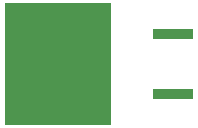
<source format=gbr>
G04*
G04 #@! TF.GenerationSoftware,Altium Limited,Altium Designer,25.4.2 (15)*
G04*
G04 Layer_Color=8421504*
%FSLAX44Y44*%
%MOMM*%
G71*
G04*
G04 #@! TF.SameCoordinates,0EA34F5E-7CD8-41F1-BF26-68A60DD3863B*
G04*
G04*
G04 #@! TF.FilePolarity,Positive*
G04*
G01*
G75*
%ADD14R,9.0000X10.3500*%
%ADD15R,3.5000X0.9500*%
D14*
X58000Y56250D02*
D03*
D15*
X155500Y81650D02*
D03*
Y30850D02*
D03*
M02*

</source>
